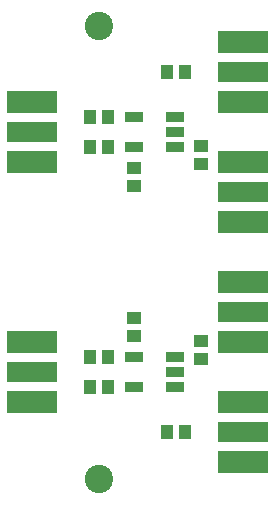
<source format=gts>
G04*
G04 #@! TF.GenerationSoftware,Altium Limited,Altium Designer,24.4.1 (13)*
G04*
G04 Layer_Color=8388736*
%FSLAX25Y25*%
%MOIN*%
G70*
G04*
G04 #@! TF.SameCoordinates,E101684F-62CE-472E-B8B6-B79B7EA84F3C*
G04*
G04*
G04 #@! TF.FilePolarity,Negative*
G04*
G01*
G75*
%ADD14R,0.06312X0.03792*%
%ADD15R,0.16800X0.07800*%
%ADD16R,0.16800X0.06800*%
%ADD17R,0.03950X0.05131*%
%ADD18R,0.05131X0.03950*%
%ADD19R,0.03950X0.05131*%
%ADD20R,0.05131X0.03950*%
%ADD21C,0.09461*%
D14*
X43198Y133000D02*
D03*
Y123000D02*
D03*
X56702D02*
D03*
Y128000D02*
D03*
Y133000D02*
D03*
X43198Y53000D02*
D03*
Y43000D02*
D03*
X56702D02*
D03*
Y48000D02*
D03*
Y53000D02*
D03*
D15*
X8950Y58000D02*
D03*
Y38000D02*
D03*
X79450Y58000D02*
D03*
Y78000D02*
D03*
Y98000D02*
D03*
Y118000D02*
D03*
Y138000D02*
D03*
Y158000D02*
D03*
X8950Y138000D02*
D03*
Y118000D02*
D03*
X79450Y18000D02*
D03*
Y38000D02*
D03*
D16*
X8950Y48000D02*
D03*
X79450Y68000D02*
D03*
Y108000D02*
D03*
Y148000D02*
D03*
X8950Y128000D02*
D03*
X79450Y28000D02*
D03*
D17*
X53997Y148000D02*
D03*
X59903D02*
D03*
X53997Y28000D02*
D03*
X59903D02*
D03*
D18*
X42950Y115953D02*
D03*
Y110047D02*
D03*
Y60047D02*
D03*
Y65953D02*
D03*
D19*
X28497Y123000D02*
D03*
X34403D02*
D03*
X28497Y133000D02*
D03*
X34403D02*
D03*
X28497Y53000D02*
D03*
X34403D02*
D03*
X28497Y43000D02*
D03*
X34403D02*
D03*
D20*
X65450Y58453D02*
D03*
Y52547D02*
D03*
Y117547D02*
D03*
Y123453D02*
D03*
D21*
X31291Y12500D02*
D03*
Y163500D02*
D03*
M02*

</source>
